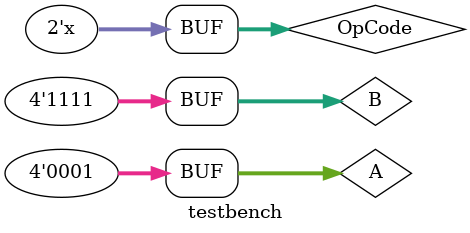
<source format=sv>
`timescale 1ns / 1ps

module testbench();

    logic [3:0] A,B,Result, Result_ref;
    logic [4:0] Flags, Flags_ref;
    logic [1:0] OpCode;
    logic all_right;

    S4_actividad3 #(.M(4))
    MOD1
    (
        .A(A),
        .B(B),
        .Result(Result),
        .Flags(Flags),
        .OpCode(OpCode)
    );

    ALU_ref #(.M(4))
    MOD2
    (
        .A(A),
        .B(B),
        .Result(Result_ref),
        .Flags(Flags_ref),
        .OpCode(OpCode)
    );


    //always #1 B = B + 4'b0001;
    //always #16 A = A + 4'b0001;
    always #256 OpCode = OpCode + 2'b01;
    
    initial
    begin
        OpCode = 2'b00;
        A = 4'd1;
        B = 4'd15;


    end

    assign all_right = (Result == Result_ref) & (Flags == Flags_ref);


endmodule

</source>
